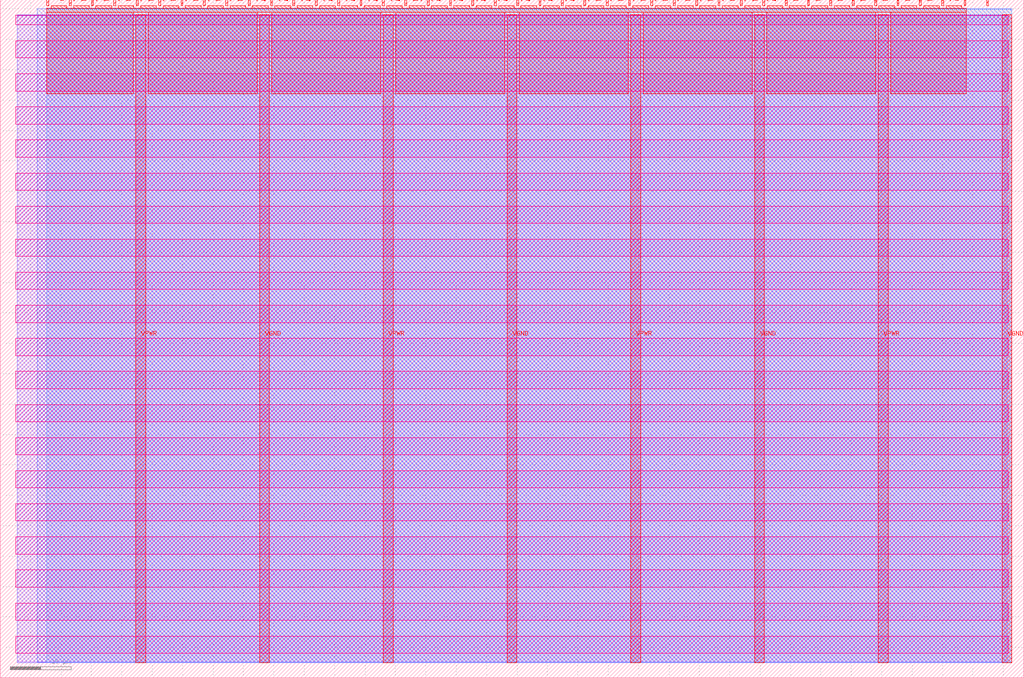
<source format=lef>
VERSION 5.7 ;
  NOWIREEXTENSIONATPIN ON ;
  DIVIDERCHAR "/" ;
  BUSBITCHARS "[]" ;
MACRO tt_um_santacrc_tamagotchi
  CLASS BLOCK ;
  FOREIGN tt_um_santacrc_tamagotchi ;
  ORIGIN 0.000 0.000 ;
  SIZE 168.360 BY 111.520 ;
  PIN VGND
    DIRECTION INOUT ;
    USE GROUND ;
    PORT
      LAYER met4 ;
        RECT 42.670 2.480 44.270 109.040 ;
    END
    PORT
      LAYER met4 ;
        RECT 83.380 2.480 84.980 109.040 ;
    END
    PORT
      LAYER met4 ;
        RECT 124.090 2.480 125.690 109.040 ;
    END
    PORT
      LAYER met4 ;
        RECT 164.800 2.480 166.400 109.040 ;
    END
  END VGND
  PIN VPWR
    DIRECTION INOUT ;
    USE POWER ;
    PORT
      LAYER met4 ;
        RECT 22.315 2.480 23.915 109.040 ;
    END
    PORT
      LAYER met4 ;
        RECT 63.025 2.480 64.625 109.040 ;
    END
    PORT
      LAYER met4 ;
        RECT 103.735 2.480 105.335 109.040 ;
    END
    PORT
      LAYER met4 ;
        RECT 144.445 2.480 146.045 109.040 ;
    END
  END VPWR
  PIN clk
    DIRECTION INPUT ;
    USE SIGNAL ;
    ANTENNAGATEAREA 0.852000 ;
    PORT
      LAYER met4 ;
        RECT 158.550 110.520 158.850 111.520 ;
    END
  END clk
  PIN ena
    DIRECTION INPUT ;
    USE SIGNAL ;
    PORT
      LAYER met4 ;
        RECT 162.230 110.520 162.530 111.520 ;
    END
  END ena
  PIN rst_n
    DIRECTION INPUT ;
    USE SIGNAL ;
    ANTENNAGATEAREA 0.196500 ;
    PORT
      LAYER met4 ;
        RECT 154.870 110.520 155.170 111.520 ;
    END
  END rst_n
  PIN ui_in[0]
    DIRECTION INPUT ;
    USE SIGNAL ;
    ANTENNAGATEAREA 0.196500 ;
    PORT
      LAYER met4 ;
        RECT 151.190 110.520 151.490 111.520 ;
    END
  END ui_in[0]
  PIN ui_in[1]
    DIRECTION INPUT ;
    USE SIGNAL ;
    PORT
      LAYER met4 ;
        RECT 147.510 110.520 147.810 111.520 ;
    END
  END ui_in[1]
  PIN ui_in[2]
    DIRECTION INPUT ;
    USE SIGNAL ;
    PORT
      LAYER met4 ;
        RECT 143.830 110.520 144.130 111.520 ;
    END
  END ui_in[2]
  PIN ui_in[3]
    DIRECTION INPUT ;
    USE SIGNAL ;
    PORT
      LAYER met4 ;
        RECT 140.150 110.520 140.450 111.520 ;
    END
  END ui_in[3]
  PIN ui_in[4]
    DIRECTION INPUT ;
    USE SIGNAL ;
    PORT
      LAYER met4 ;
        RECT 136.470 110.520 136.770 111.520 ;
    END
  END ui_in[4]
  PIN ui_in[5]
    DIRECTION INPUT ;
    USE SIGNAL ;
    PORT
      LAYER met4 ;
        RECT 132.790 110.520 133.090 111.520 ;
    END
  END ui_in[5]
  PIN ui_in[6]
    DIRECTION INPUT ;
    USE SIGNAL ;
    PORT
      LAYER met4 ;
        RECT 129.110 110.520 129.410 111.520 ;
    END
  END ui_in[6]
  PIN ui_in[7]
    DIRECTION INPUT ;
    USE SIGNAL ;
    PORT
      LAYER met4 ;
        RECT 125.430 110.520 125.730 111.520 ;
    END
  END ui_in[7]
  PIN uio_in[0]
    DIRECTION INPUT ;
    USE SIGNAL ;
    PORT
      LAYER met4 ;
        RECT 121.750 110.520 122.050 111.520 ;
    END
  END uio_in[0]
  PIN uio_in[1]
    DIRECTION INPUT ;
    USE SIGNAL ;
    PORT
      LAYER met4 ;
        RECT 118.070 110.520 118.370 111.520 ;
    END
  END uio_in[1]
  PIN uio_in[2]
    DIRECTION INPUT ;
    USE SIGNAL ;
    PORT
      LAYER met4 ;
        RECT 114.390 110.520 114.690 111.520 ;
    END
  END uio_in[2]
  PIN uio_in[3]
    DIRECTION INPUT ;
    USE SIGNAL ;
    PORT
      LAYER met4 ;
        RECT 110.710 110.520 111.010 111.520 ;
    END
  END uio_in[3]
  PIN uio_in[4]
    DIRECTION INPUT ;
    USE SIGNAL ;
    PORT
      LAYER met4 ;
        RECT 107.030 110.520 107.330 111.520 ;
    END
  END uio_in[4]
  PIN uio_in[5]
    DIRECTION INPUT ;
    USE SIGNAL ;
    PORT
      LAYER met4 ;
        RECT 103.350 110.520 103.650 111.520 ;
    END
  END uio_in[5]
  PIN uio_in[6]
    DIRECTION INPUT ;
    USE SIGNAL ;
    PORT
      LAYER met4 ;
        RECT 99.670 110.520 99.970 111.520 ;
    END
  END uio_in[6]
  PIN uio_in[7]
    DIRECTION INPUT ;
    USE SIGNAL ;
    PORT
      LAYER met4 ;
        RECT 95.990 110.520 96.290 111.520 ;
    END
  END uio_in[7]
  PIN uio_oe[0]
    DIRECTION OUTPUT TRISTATE ;
    USE SIGNAL ;
    PORT
      LAYER met4 ;
        RECT 33.430 110.520 33.730 111.520 ;
    END
  END uio_oe[0]
  PIN uio_oe[1]
    DIRECTION OUTPUT TRISTATE ;
    USE SIGNAL ;
    PORT
      LAYER met4 ;
        RECT 29.750 110.520 30.050 111.520 ;
    END
  END uio_oe[1]
  PIN uio_oe[2]
    DIRECTION OUTPUT TRISTATE ;
    USE SIGNAL ;
    PORT
      LAYER met4 ;
        RECT 26.070 110.520 26.370 111.520 ;
    END
  END uio_oe[2]
  PIN uio_oe[3]
    DIRECTION OUTPUT TRISTATE ;
    USE SIGNAL ;
    PORT
      LAYER met4 ;
        RECT 22.390 110.520 22.690 111.520 ;
    END
  END uio_oe[3]
  PIN uio_oe[4]
    DIRECTION OUTPUT TRISTATE ;
    USE SIGNAL ;
    PORT
      LAYER met4 ;
        RECT 18.710 110.520 19.010 111.520 ;
    END
  END uio_oe[4]
  PIN uio_oe[5]
    DIRECTION OUTPUT TRISTATE ;
    USE SIGNAL ;
    PORT
      LAYER met4 ;
        RECT 15.030 110.520 15.330 111.520 ;
    END
  END uio_oe[5]
  PIN uio_oe[6]
    DIRECTION OUTPUT TRISTATE ;
    USE SIGNAL ;
    PORT
      LAYER met4 ;
        RECT 11.350 110.520 11.650 111.520 ;
    END
  END uio_oe[6]
  PIN uio_oe[7]
    DIRECTION OUTPUT TRISTATE ;
    USE SIGNAL ;
    PORT
      LAYER met4 ;
        RECT 7.670 110.520 7.970 111.520 ;
    END
  END uio_oe[7]
  PIN uio_out[0]
    DIRECTION OUTPUT TRISTATE ;
    USE SIGNAL ;
    PORT
      LAYER met4 ;
        RECT 62.870 110.520 63.170 111.520 ;
    END
  END uio_out[0]
  PIN uio_out[1]
    DIRECTION OUTPUT TRISTATE ;
    USE SIGNAL ;
    PORT
      LAYER met4 ;
        RECT 59.190 110.520 59.490 111.520 ;
    END
  END uio_out[1]
  PIN uio_out[2]
    DIRECTION OUTPUT TRISTATE ;
    USE SIGNAL ;
    PORT
      LAYER met4 ;
        RECT 55.510 110.520 55.810 111.520 ;
    END
  END uio_out[2]
  PIN uio_out[3]
    DIRECTION OUTPUT TRISTATE ;
    USE SIGNAL ;
    PORT
      LAYER met4 ;
        RECT 51.830 110.520 52.130 111.520 ;
    END
  END uio_out[3]
  PIN uio_out[4]
    DIRECTION OUTPUT TRISTATE ;
    USE SIGNAL ;
    PORT
      LAYER met4 ;
        RECT 48.150 110.520 48.450 111.520 ;
    END
  END uio_out[4]
  PIN uio_out[5]
    DIRECTION OUTPUT TRISTATE ;
    USE SIGNAL ;
    PORT
      LAYER met4 ;
        RECT 44.470 110.520 44.770 111.520 ;
    END
  END uio_out[5]
  PIN uio_out[6]
    DIRECTION OUTPUT TRISTATE ;
    USE SIGNAL ;
    PORT
      LAYER met4 ;
        RECT 40.790 110.520 41.090 111.520 ;
    END
  END uio_out[6]
  PIN uio_out[7]
    DIRECTION OUTPUT TRISTATE ;
    USE SIGNAL ;
    PORT
      LAYER met4 ;
        RECT 37.110 110.520 37.410 111.520 ;
    END
  END uio_out[7]
  PIN uo_out[0]
    DIRECTION OUTPUT TRISTATE ;
    USE SIGNAL ;
    ANTENNADIFFAREA 0.795200 ;
    PORT
      LAYER met4 ;
        RECT 92.310 110.520 92.610 111.520 ;
    END
  END uo_out[0]
  PIN uo_out[1]
    DIRECTION OUTPUT TRISTATE ;
    USE SIGNAL ;
    PORT
      LAYER met4 ;
        RECT 88.630 110.520 88.930 111.520 ;
    END
  END uo_out[1]
  PIN uo_out[2]
    DIRECTION OUTPUT TRISTATE ;
    USE SIGNAL ;
    PORT
      LAYER met4 ;
        RECT 84.950 110.520 85.250 111.520 ;
    END
  END uo_out[2]
  PIN uo_out[3]
    DIRECTION OUTPUT TRISTATE ;
    USE SIGNAL ;
    PORT
      LAYER met4 ;
        RECT 81.270 110.520 81.570 111.520 ;
    END
  END uo_out[3]
  PIN uo_out[4]
    DIRECTION OUTPUT TRISTATE ;
    USE SIGNAL ;
    PORT
      LAYER met4 ;
        RECT 77.590 110.520 77.890 111.520 ;
    END
  END uo_out[4]
  PIN uo_out[5]
    DIRECTION OUTPUT TRISTATE ;
    USE SIGNAL ;
    PORT
      LAYER met4 ;
        RECT 73.910 110.520 74.210 111.520 ;
    END
  END uo_out[5]
  PIN uo_out[6]
    DIRECTION OUTPUT TRISTATE ;
    USE SIGNAL ;
    PORT
      LAYER met4 ;
        RECT 70.230 110.520 70.530 111.520 ;
    END
  END uo_out[6]
  PIN uo_out[7]
    DIRECTION OUTPUT TRISTATE ;
    USE SIGNAL ;
    PORT
      LAYER met4 ;
        RECT 66.550 110.520 66.850 111.520 ;
    END
  END uo_out[7]
  OBS
      LAYER nwell ;
        RECT 2.570 107.385 165.790 108.990 ;
        RECT 2.570 101.945 165.790 104.775 ;
        RECT 2.570 96.505 165.790 99.335 ;
        RECT 2.570 91.065 165.790 93.895 ;
        RECT 2.570 85.625 165.790 88.455 ;
        RECT 2.570 80.185 165.790 83.015 ;
        RECT 2.570 74.745 165.790 77.575 ;
        RECT 2.570 69.305 165.790 72.135 ;
        RECT 2.570 63.865 165.790 66.695 ;
        RECT 2.570 58.425 165.790 61.255 ;
        RECT 2.570 52.985 165.790 55.815 ;
        RECT 2.570 47.545 165.790 50.375 ;
        RECT 2.570 42.105 165.790 44.935 ;
        RECT 2.570 36.665 165.790 39.495 ;
        RECT 2.570 31.225 165.790 34.055 ;
        RECT 2.570 25.785 165.790 28.615 ;
        RECT 2.570 20.345 165.790 23.175 ;
        RECT 2.570 14.905 165.790 17.735 ;
        RECT 2.570 9.465 165.790 12.295 ;
        RECT 2.570 4.025 165.790 6.855 ;
      LAYER li1 ;
        RECT 2.760 2.635 165.600 108.885 ;
      LAYER met1 ;
        RECT 2.760 2.480 166.400 109.040 ;
      LAYER met2 ;
        RECT 6.080 2.535 166.370 110.005 ;
      LAYER met3 ;
        RECT 7.630 2.555 166.390 109.985 ;
      LAYER met4 ;
        RECT 8.370 110.120 10.950 110.520 ;
        RECT 12.050 110.120 14.630 110.520 ;
        RECT 15.730 110.120 18.310 110.520 ;
        RECT 19.410 110.120 21.990 110.520 ;
        RECT 23.090 110.120 25.670 110.520 ;
        RECT 26.770 110.120 29.350 110.520 ;
        RECT 30.450 110.120 33.030 110.520 ;
        RECT 34.130 110.120 36.710 110.520 ;
        RECT 37.810 110.120 40.390 110.520 ;
        RECT 41.490 110.120 44.070 110.520 ;
        RECT 45.170 110.120 47.750 110.520 ;
        RECT 48.850 110.120 51.430 110.520 ;
        RECT 52.530 110.120 55.110 110.520 ;
        RECT 56.210 110.120 58.790 110.520 ;
        RECT 59.890 110.120 62.470 110.520 ;
        RECT 63.570 110.120 66.150 110.520 ;
        RECT 67.250 110.120 69.830 110.520 ;
        RECT 70.930 110.120 73.510 110.520 ;
        RECT 74.610 110.120 77.190 110.520 ;
        RECT 78.290 110.120 80.870 110.520 ;
        RECT 81.970 110.120 84.550 110.520 ;
        RECT 85.650 110.120 88.230 110.520 ;
        RECT 89.330 110.120 91.910 110.520 ;
        RECT 93.010 110.120 95.590 110.520 ;
        RECT 96.690 110.120 99.270 110.520 ;
        RECT 100.370 110.120 102.950 110.520 ;
        RECT 104.050 110.120 106.630 110.520 ;
        RECT 107.730 110.120 110.310 110.520 ;
        RECT 111.410 110.120 113.990 110.520 ;
        RECT 115.090 110.120 117.670 110.520 ;
        RECT 118.770 110.120 121.350 110.520 ;
        RECT 122.450 110.120 125.030 110.520 ;
        RECT 126.130 110.120 128.710 110.520 ;
        RECT 129.810 110.120 132.390 110.520 ;
        RECT 133.490 110.120 136.070 110.520 ;
        RECT 137.170 110.120 139.750 110.520 ;
        RECT 140.850 110.120 143.430 110.520 ;
        RECT 144.530 110.120 147.110 110.520 ;
        RECT 148.210 110.120 150.790 110.520 ;
        RECT 151.890 110.120 154.470 110.520 ;
        RECT 155.570 110.120 158.150 110.520 ;
        RECT 7.655 109.440 158.865 110.120 ;
        RECT 7.655 96.055 21.915 109.440 ;
        RECT 24.315 96.055 42.270 109.440 ;
        RECT 44.670 96.055 62.625 109.440 ;
        RECT 65.025 96.055 82.980 109.440 ;
        RECT 85.380 96.055 103.335 109.440 ;
        RECT 105.735 96.055 123.690 109.440 ;
        RECT 126.090 96.055 144.045 109.440 ;
        RECT 146.445 96.055 158.865 109.440 ;
  END
END tt_um_santacrc_tamagotchi
END LIBRARY


</source>
